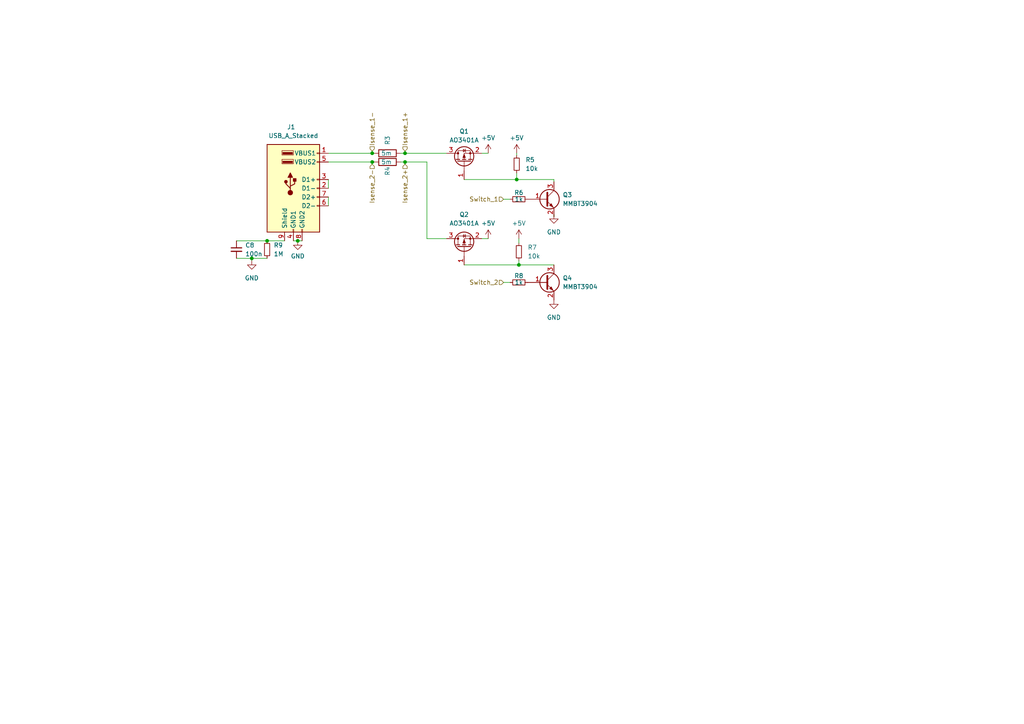
<source format=kicad_sch>
(kicad_sch (version 20230121) (generator eeschema)
  (paper "A4")
  (lib_symbols
    (symbol "Connector:USB_A_Stacked" (pin_names (offset 1.016))
      (property "Reference" "J" (at 0 15.875 0))
      (property "Value" "USB_A_Stacked" (at 0 13.97 0))
      (symbol "USB_A_Stacked_0_1"
        (rectangle (start -7.62 12.7) (end 7.62 -12.7) (stroke (width 0.254)) (fill (type background)))
        (circle (center -2.159 1.905) (radius 0.381) (stroke (width 0.254)) (fill (type outline)))
        (circle (center -0.889 -1.27) (radius 0.635) (stroke (width 0.254)) (fill (type outline)))
        (rectangle (start -0.254 7.366) (end -3.048 7.874) (fill (type outline)))
        (rectangle (start -0.254 9.906) (end -3.048 10.414) (fill (type outline)))
        (rectangle (start -0.127 -12.7) (end 0.127 -11.938))
        (polyline (pts (xy -1.524 3.175) (xy -0.254 3.175) (xy -0.889 4.445) (xy -1.524 3.175)) (stroke (width 0.254)) (fill (type outline)))
        (polyline (pts (xy -0.889 -0.635) (xy -0.889 0) (xy -2.159 1.27) (xy -2.159 1.905)) (stroke (width 0.254)))
        (polyline (pts (xy -0.889 0) (xy -0.889 0.635) (xy 0.381 1.27) (xy 0.381 2.54)) (stroke (width 0.254)))
        (rectangle (start 0 2.794) (end 0.762 2.032) (stroke (width 0.254)) (fill (type outline)))
        (rectangle (start 0 7.112) (end -3.302 8.382))
        (rectangle (start 0 9.652) (end -3.302 10.922))
        (rectangle (start 2.413 -12.7) (end 2.667 -11.938))
        (rectangle (start 7.62 -5.207) (end 6.858 -4.953))
        (rectangle (start 7.62 -2.667) (end 6.858 -2.413))
        (rectangle (start 7.62 -0.127) (end 6.858 0.127))
        (rectangle (start 7.62 2.413) (end 6.858 2.667))
        (rectangle (start 7.62 7.493) (end 6.858 7.747))
        (rectangle (start 7.62 10.033) (end 6.858 10.287))
      )
      (symbol "USB_A_Stacked_1_1"
        (polyline (pts (xy -0.889 0.635) (xy -0.889 3.175)) (stroke (width 0.254)))
        (pin power_in line (at 10.16 10.16 180) (length 2.54) (name "VBUS1") (number "1"))
        (pin bidirectional line (at 10.16 0 180) (length 2.54) (name "D1-") (number "2"))
        (pin bidirectional line (at 10.16 2.54 180) (length 2.54) (name "D1+") (number "3"))
        (pin power_in line (at 0 -15.24 90) (length 2.54) (name "GND1") (number "4"))
        (pin power_in line (at 10.16 7.62 180) (length 2.54) (name "VBUS2") (number "5"))
        (pin bidirectional line (at 10.16 -5.08 180) (length 2.54) (name "D2-") (number "6"))
        (pin bidirectional line (at 10.16 -2.54 180) (length 2.54) (name "D2+") (number "7"))
        (pin power_in line (at 2.54 -15.24 90) (length 2.54) (name "GND2") (number "8"))
        (pin passive line (at -2.54 -15.24 90) (length 2.54) (name "Shield") (number "9"))
      )
    )
    (symbol "Device:C_Small" (pin_numbers hide) (pin_names (offset 0.254) hide)
      (property "Reference" "C" (at 0.254 1.778 0))
      (property "Value" "C_Small" (at 0.254 -2.032 0))
      (symbol "C_Small_0_1"
        (polyline (pts (xy -1.524 -0.508) (xy 1.524 -0.508)) (stroke (width 0.3302)))
        (polyline (pts (xy -1.524 0.508) (xy 1.524 0.508)) (stroke (width 0.3048)))
      )
      (symbol "C_Small_1_1"
        (pin passive line (at 0 2.54 270) (length 2.032) (name "~") (number "1"))
        (pin passive line (at 0 -2.54 90) (length 2.032) (name "~") (number "2"))
      )
    )
    (symbol "Device:R" (pin_numbers hide) (pin_names (offset 0))
      (property "Reference" "R" (at 2.032 0 90))
      (property "Value" "R" (at 0 0 90))
      (symbol "R_0_1"
        (rectangle (start -1.016 -2.54) (end 1.016 2.54) (stroke (width 0.254)))
      )
      (symbol "R_1_1"
        (pin passive line (at 0 3.81 270) (length 1.27) (name "~") (number "1"))
        (pin passive line (at 0 -3.81 90) (length 1.27) (name "~") (number "2"))
      )
    )
    (symbol "Device:R_Small" (pin_numbers hide) (pin_names (offset 0.254) hide)
      (property "Reference" "R" (at 0.762 0.508 0))
      (property "Value" "R_Small" (at 0.762 -1.016 0))
      (symbol "R_Small_0_1"
        (rectangle (start -0.762 1.778) (end 0.762 -1.778) (stroke (width 0.2032)))
      )
      (symbol "R_Small_1_1"
        (pin passive line (at 0 2.54 270) (length 0.762) (name "~") (number "1"))
        (pin passive line (at 0 -2.54 90) (length 0.762) (name "~") (number "2"))
      )
    )
    (symbol "Transistor_BJT:MMBT3904" (pin_names (offset 0) hide)
      (property "Reference" "Q" (at 5.08 1.905 0))
      (property "Value" "MMBT3904" (at 5.08 0 0))
      (symbol "MMBT3904_0_1"
        (polyline (pts (xy 0.635 0.635) (xy 2.54 2.54)))
        (polyline (pts (xy 0.635 -0.635) (xy 2.54 -2.54) (xy 2.54 -2.54)))
        (polyline (pts (xy 0.635 1.905) (xy 0.635 -1.905) (xy 0.635 -1.905)) (stroke (width 0.508)))
        (polyline (pts (xy 1.27 -1.778) (xy 1.778 -1.27) (xy 2.286 -2.286) (xy 1.27 -1.778) (xy 1.27 -1.778)) (fill (type outline)))
        (circle (center 1.27 0) (radius 2.8194) (stroke (width 0.254)))
      )
      (symbol "MMBT3904_1_1"
        (pin input line (at -5.08 0 0) (length 5.715) (name "B") (number "1"))
        (pin passive line (at 2.54 -5.08 90) (length 2.54) (name "E") (number "2"))
        (pin passive line (at 2.54 5.08 270) (length 2.54) (name "C") (number "3"))
      )
    )
    (symbol "Transistor_FET:AO3401A" (pin_names hide)
      (property "Reference" "Q" (at 5.08 1.905 0))
      (property "Value" "AO3401A" (at 5.08 0 0))
      (symbol "AO3401A_0_1"
        (polyline (pts (xy 0.254 0) (xy -2.54 0)))
        (polyline (pts (xy 0.254 1.905) (xy 0.254 -1.905)) (stroke (width 0.254)))
        (polyline (pts (xy 0.762 -1.27) (xy 0.762 -2.286)) (stroke (width 0.254)))
        (polyline (pts (xy 0.762 0.508) (xy 0.762 -0.508)) (stroke (width 0.254)))
        (polyline (pts (xy 0.762 2.286) (xy 0.762 1.27)) (stroke (width 0.254)))
        (polyline (pts (xy 2.54 2.54) (xy 2.54 1.778)))
        (polyline (pts (xy 2.54 -2.54) (xy 2.54 0) (xy 0.762 0)))
        (polyline (pts (xy 0.762 1.778) (xy 3.302 1.778) (xy 3.302 -1.778) (xy 0.762 -1.778)))
        (polyline (pts (xy 2.286 0) (xy 1.27 0.381) (xy 1.27 -0.381) (xy 2.286 0)) (fill (type outline)))
        (polyline (pts (xy 2.794 -0.508) (xy 2.921 -0.381) (xy 3.683 -0.381) (xy 3.81 -0.254)))
        (polyline (pts (xy 3.302 -0.381) (xy 2.921 0.254) (xy 3.683 0.254) (xy 3.302 -0.381)))
        (circle (center 1.651 0) (radius 2.794) (stroke (width 0.254)))
        (circle (center 2.54 -1.778) (radius 0.254) (fill (type outline)))
        (circle (center 2.54 1.778) (radius 0.254) (fill (type outline)))
      )
      (symbol "AO3401A_1_1"
        (pin input line (at -5.08 0 0) (length 2.54) (name "G") (number "1"))
        (pin passive line (at 2.54 -5.08 90) (length 2.54) (name "S") (number "2"))
        (pin passive line (at 2.54 5.08 270) (length 2.54) (name "D") (number "3"))
      )
    )
    (symbol "power:+5V" (power) (pin_names (offset 0))
      (property "Value" "+5V" (at 0 3.556 0))
      (symbol "+5V_0_1"
        (polyline (pts (xy -0.762 1.27) (xy 0 2.54)))
        (polyline (pts (xy 0 0) (xy 0 2.54)))
        (polyline (pts (xy 0 2.54) (xy 0.762 1.27)))
      )
      (symbol "+5V_1_1"
        (pin power_in line (at 0 0 90) (length 0) hide (name "+5V") (number "1"))
      )
    )
    (symbol "power:GND" (power) (pin_names (offset 0))
      (property "Value" "GND" (at 0 -3.81 0))
      (symbol "GND_0_1"
        (polyline (pts (xy 0 0) (xy 0 -1.27) (xy 1.27 -1.27) (xy 0 -2.54) (xy -1.27 -1.27) (xy 0 -1.27)))
      )
      (symbol "GND_1_1"
        (pin power_in line (at 0 0 270) (length 0) hide (name "GND") (number "1"))
      )
    )
  )
  (junction (at 149.86 52.07))
  (junction (at 117.475 46.99))
  (junction (at 107.95 46.99))
  (junction (at 117.475 44.45))
  (junction (at 150.495 76.835))
  (junction (at 107.95 44.45))
  (junction (at 77.47 69.85))
  (junction (at 86.36 69.85))
  (junction (at 73.025 74.93))
  (wire (pts (xy 107.95 46.99) (xy 108.585 46.99)))
  (wire (pts (xy 86.36 69.85) (xy 87.63 69.85)))
  (wire (pts (xy 117.475 46.99) (xy 123.825 46.99)))
  (wire (pts (xy 95.25 52.07) (xy 95.25 54.61)))
  (wire (pts (xy 95.25 44.45) (xy 107.95 44.45)))
  (wire (pts (xy 160.655 52.07) (xy 160.655 52.705)))
  (wire (pts (xy 107.95 44.45) (xy 108.585 44.45)))
  (wire (pts (xy 117.475 44.45) (xy 129.54 44.45)))
  (wire (pts (xy 134.62 76.835) (xy 150.495 76.835)))
  (wire (pts (xy 116.205 46.99) (xy 117.475 46.99)))
  (wire (pts (xy 123.825 69.215) (xy 123.825 46.99)))
  (wire (pts (xy 139.7 69.215) (xy 141.605 69.215)))
  (wire (pts (xy 68.58 69.85) (xy 77.47 69.85)))
  (wire (pts (xy 149.86 50.165) (xy 149.86 52.07)))
  (wire (pts (xy 73.025 74.93) (xy 77.47 74.93)))
  (wire (pts (xy 85.09 69.85) (xy 86.36 69.85)))
  (wire (pts (xy 77.47 69.85) (xy 82.55 69.85)))
  (wire (pts (xy 117.475 43.815) (xy 117.475 44.45)))
  (wire (pts (xy 150.495 76.835) (xy 160.655 76.835)))
  (wire (pts (xy 149.86 44.45) (xy 149.86 45.085)))
  (wire (pts (xy 129.54 69.215) (xy 123.825 69.215)))
  (wire (pts (xy 73.025 74.93) (xy 73.025 75.565)))
  (wire (pts (xy 149.86 52.07) (xy 160.655 52.07)))
  (wire (pts (xy 146.05 81.915) (xy 147.955 81.915)))
  (wire (pts (xy 160.655 62.865) (xy 160.655 62.23)))
  (wire (pts (xy 150.495 69.215) (xy 150.495 70.485)))
  (wire (pts (xy 107.95 43.815) (xy 107.95 44.45)))
  (wire (pts (xy 146.05 57.785) (xy 147.955 57.785)))
  (wire (pts (xy 134.62 52.07) (xy 149.86 52.07)))
  (wire (pts (xy 139.7 44.45) (xy 141.605 44.45)))
  (wire (pts (xy 107.95 47.625) (xy 107.95 46.99)))
  (wire (pts (xy 117.475 47.625) (xy 117.475 46.99)))
  (wire (pts (xy 68.58 74.93) (xy 73.025 74.93)))
  (wire (pts (xy 95.25 46.99) (xy 107.95 46.99)))
  (wire (pts (xy 116.205 44.45) (xy 117.475 44.45)))
  (wire (pts (xy 150.495 75.565) (xy 150.495 76.835)))
  (wire (pts (xy 95.25 57.15) (xy 95.25 59.69)))
  (hierarchical_label "Isense_2-" (shape input) (at 107.95 47.625 270))
  (hierarchical_label "Isense_1+" (shape input) (at 117.475 43.815 90))
  (hierarchical_label "Isense_1-" (shape input) (at 107.95 43.815 90))
  (hierarchical_label "Switch_2" (shape input) (at 146.05 81.915 180))
  (hierarchical_label "Switch_1" (shape input) (at 146.05 57.785 180))
  (hierarchical_label "Isense_2+" (shape input) (at 117.475 47.625 270))
  (symbol (lib_id "Connector:USB_A_Stacked") (at 85.09 54.61 0) (unit 1)
    (property "Reference" "J1" (at 84.455 36.83 0))
    (property "Value" "USB_A_Stacked" (at 85.09 39.37 0))
    (property "Footprint" "stary:GCT_USB1035-XX-X-X-X-B_REVE" (effects hide))
    (property "Datasheet" " ~" (effects hide))
    (instances (project "usba-module" (path "" (reference "J1") (unit 1))) (project "medusa" (path "" (reference "J2") (unit 1)) (path "" (reference "J2") (unit 1)) (path "" (reference "J3") (unit 1))) (project "5v-power" (path "" (reference "J3") (unit 1)) (path "" (reference "J4") (unit 1)) (path "" (reference "J5") (unit 1)) (path "" (reference "J6") (unit 1))))
  )
  (symbol (lib_id "power:+5V") (at 149.86 44.45 0) (unit 1)
    (property "Reference" "#PWR021" (effects hide))
    (property "Value" "+5V" (at 149.86 40.005 0))
    (instances (project "usba-module" (path "" (reference "#PWR021") (unit 1))) (project "5v-power" (path "" (reference "#PWR032") (unit 1)) (path "" (reference "#PWR014") (unit 1)) (path "" (reference "#PWR042") (unit 1)) (path "" (reference "#PWR050") (unit 1))))
  )
  (symbol (lib_id "power:GND") (at 160.655 86.995 0) (unit 1)
    (property "Reference" "#PWR025" (effects hide))
    (property "Value" "GND" (at 160.655 92.075 0))
    (instances (project "usba-module" (path "" (reference "#PWR025") (unit 1))) (project "5v-power" (path "" (reference "#PWR037") (unit 1)) (path "" (reference "#PWR019") (unit 1)) (path "" (reference "#PWR045") (unit 1)) (path "" (reference "#PWR053") (unit 1))))
  )
  (symbol (lib_id "Device:R_Small") (at 77.47 72.39 0) (unit 1)
    (property "Reference" "R9" (at 79.375 71.12 0) (effects (justify left)))
    (property "Value" "1M" (at 79.375 73.66 0) (effects (justify left)))
    (property "Footprint" "Resistor_SMD:R_0603_1608Metric" (effects hide))
    (instances (project "usba-module" (path "" (reference "R9") (unit 1))) (project "5v-power" (path "" (reference "R7") (unit 1)) (path "" (reference "R14") (unit 1)) (path "" (reference "R21") (unit 1)) (path "" (reference "R28") (unit 1))))
  )
  (symbol (lib_id "power:GND") (at 73.025 75.565 0) (unit 1)
    (property "Reference" "#PWR019" (effects hide))
    (property "Value" "GND" (at 73.025 80.645 0))
    (instances (project "usba-module" (path "" (reference "#PWR019") (unit 1))) (project "5v-power" (path "" (reference "#PWR025") (unit 1)) (path "" (reference "#PWR08") (unit 1)) (path "" (reference "#PWR038") (unit 1)) (path "" (reference "#PWR046") (unit 1))))
  )
  (symbol (lib_id "Device:C_Small") (at 68.58 72.39 0) (unit 1)
    (property "Reference" "C8" (at 71.12 71.1263 0) (effects (justify left)))
    (property "Value" "100n" (at 71.12 73.6663 0) (effects (justify left)))
    (property "Footprint" "Capacitor_SMD:C_0603_1608Metric" (effects hide))
    (instances (project "usba-module" (path "" (reference "C8") (unit 1))) (project "5v-power" (path "" (reference "C5") (unit 1)) (path "" (reference "C1") (unit 1)) (path "" (reference "C6") (unit 1)) (path "" (reference "C7") (unit 1))))
  )
  (symbol (lib_id "Device:R") (at 112.395 44.45 90) (mirror x) (unit 1)
    (property "Reference" "R3" (at 112.395 39.37 0) (effects (justify left)))
    (property "Value" "5m" (at 113.665 44.45 90) (effects (justify left)))
    (property "Footprint" "Resistor_SMD:R_0805_2012Metric" (effects hide))
    (instances (project "usba-module" (path "" (reference "R3") (unit 1))) (project "medusa" (path "" (reference "R21") (unit 1)) (path "" (reference "R21") (unit 1)) (path "" (reference "R27") (unit 1))) (project "5v-power" (path "" (reference "R4") (unit 1)) (path "" (reference "R3") (unit 1)) (path "" (reference "R19") (unit 1)) (path "" (reference "R26") (unit 1))))
  )
  (symbol (lib_id "Device:R") (at 112.395 46.99 90) (mirror x) (unit 1)
    (property "Reference" "R4" (at 112.395 48.26 0) (effects (justify left)))
    (property "Value" "5m" (at 113.665 46.99 90) (effects (justify left)))
    (property "Footprint" "Resistor_SMD:R_0805_2012Metric" (effects hide))
    (instances (project "usba-module" (path "" (reference "R4") (unit 1))) (project "medusa" (path "" (reference "R22") (unit 1)) (path "" (reference "R22") (unit 1)) (path "" (reference "R28") (unit 1))) (project "5v-power" (path "" (reference "R8") (unit 1)) (path "" (reference "R9") (unit 1)) (path "" (reference "R20") (unit 1)) (path "" (reference "R27") (unit 1))))
  )
  (symbol (lib_id "Transistor_FET:AO3401A") (at 134.62 46.99 90) (unit 1)
    (property "Reference" "Q1" (at 134.62 38.1 90))
    (property "Value" "AO3401A" (at 134.62 40.64 90))
    (property "Footprint" "Package_TO_SOT_SMD:SOT-23" (effects hide))
    (property "Datasheet" "http://www.aosmd.com/pdfs/datasheet/AO3401A.pdf" (effects hide))
    (instances (project "usba-module" (path "" (reference "Q1") (unit 1))) (project "5v-power" (path "" (reference "Q1") (unit 1)) (path "" (reference "Q5") (unit 1)) (path "" (reference "Q9") (unit 1)) (path "" (reference "Q13") (unit 1))))
  )
  (symbol (lib_id "power:GND") (at 160.655 62.23 0) (unit 1)
    (property "Reference" "#PWR018" (effects hide))
    (property "Value" "GND" (at 160.655 67.31 0))
    (instances (project "usba-module" (path "" (reference "#PWR018") (unit 1))) (project "5v-power" (path "" (reference "#PWR036") (unit 1)) (path "" (reference "#PWR018") (unit 1)) (path "" (reference "#PWR044") (unit 1)) (path "" (reference "#PWR052") (unit 1))))
  )
  (symbol (lib_id "Transistor_FET:AO3401A") (at 134.62 71.755 90) (unit 1)
    (property "Reference" "Q2" (at 134.62 62.23 90))
    (property "Value" "AO3401A" (at 134.62 64.77 90))
    (property "Footprint" "Package_TO_SOT_SMD:SOT-23" (effects hide))
    (property "Datasheet" "http://www.aosmd.com/pdfs/datasheet/AO3401A.pdf" (effects hide))
    (instances (project "usba-module" (path "" (reference "Q2") (unit 1))) (project "5v-power" (path "" (reference "Q2") (unit 1)) (path "" (reference "Q6") (unit 1)) (path "" (reference "Q10") (unit 1)) (path "" (reference "Q14") (unit 1))))
  )
  (symbol (lib_id "power:GND") (at 86.36 69.85 0) (unit 1)
    (property "Reference" "#PWR07" (effects hide))
    (property "Value" "GND" (at 86.36 74.295 0))
    (instances (project "usba-module" (path "" (reference "#PWR07") (unit 1))) (project "medusa" (path "" (reference "#PWR025") (unit 1)) (path "" (reference "#PWR025") (unit 1)) (path "" (reference "#PWR042") (unit 1))) (project "5v-power" (path "" (reference "#PWR027") (unit 1)) (path "" (reference "#PWR09") (unit 1)) (path "" (reference "#PWR039") (unit 1)) (path "" (reference "#PWR047") (unit 1))))
  )
  (symbol (lib_id "Device:R_Small") (at 150.495 81.915 90) (unit 1)
    (property "Reference" "R8" (at 150.495 80.01 90))
    (property "Value" "1k" (at 150.495 81.915 90))
    (property "Footprint" "Resistor_SMD:R_0603_1608Metric" (effects hide))
    (instances (project "usba-module" (path "" (reference "R8") (unit 1))) (project "5v-power" (path "" (reference "R13") (unit 1)) (path "" (reference "R18") (unit 1)) (path "" (reference "R25") (unit 1)) (path "" (reference "R32") (unit 1))))
  )
  (symbol (lib_id "Transistor_BJT:MMBT3904") (at 158.115 81.915 0) (unit 1)
    (property "Reference" "Q4" (at 163.195 80.645 0) (effects (justify left)))
    (property "Value" "MMBT3904" (at 163.195 83.185 0) (effects (justify left)))
    (property "Footprint" "Package_TO_SOT_SMD:SOT-23" (effects hide))
    (property "Datasheet" "https://www.onsemi.com/pub/Collateral/2N3903-D.PDF" (effects hide))
    (instances (project "usba-module" (path "" (reference "Q4") (unit 1))) (project "5v-power" (path "" (reference "Q4") (unit 1)) (path "" (reference "Q8") (unit 1)) (path "" (reference "Q12") (unit 1)) (path "" (reference "Q16") (unit 1))))
  )
  (symbol (lib_id "power:+5V") (at 141.605 69.215 0) (unit 1)
    (property "Reference" "#PWR023" (effects hide))
    (property "Value" "+5V" (at 141.605 64.77 0))
    (instances (project "usba-module" (path "" (reference "#PWR023") (unit 1))) (project "5v-power" (path "" (reference "#PWR029") (unit 1)) (path "" (reference "#PWR013") (unit 1)) (path "" (reference "#PWR041") (unit 1)) (path "" (reference "#PWR049") (unit 1))))
  )
  (symbol (lib_id "power:+5V") (at 141.605 44.45 0) (unit 1)
    (property "Reference" "#PWR022" (effects hide))
    (property "Value" "+5V" (at 141.605 40.005 0))
    (instances (project "usba-module" (path "" (reference "#PWR022") (unit 1))) (project "5v-power" (path "" (reference "#PWR028") (unit 1)) (path "" (reference "#PWR012") (unit 1)) (path "" (reference "#PWR040") (unit 1)) (path "" (reference "#PWR048") (unit 1))))
  )
  (symbol (lib_id "power:+5V") (at 150.495 69.215 0) (unit 1)
    (property "Reference" "#PWR024" (effects hide))
    (property "Value" "+5V" (at 150.495 64.77 0))
    (instances (project "usba-module" (path "" (reference "#PWR024") (unit 1))) (project "5v-power" (path "" (reference "#PWR035") (unit 1)) (path "" (reference "#PWR015") (unit 1)) (path "" (reference "#PWR043") (unit 1)) (path "" (reference "#PWR051") (unit 1))))
  )
  (symbol (lib_id "Device:R_Small") (at 149.86 47.625 0) (unit 1)
    (property "Reference" "R5" (at 152.4 46.355 0) (effects (justify left)))
    (property "Value" "10k" (at 152.4 48.895 0) (effects (justify left)))
    (property "Footprint" "Resistor_SMD:R_0603_1608Metric" (effects hide))
    (instances (project "usba-module" (path "" (reference "R5") (unit 1))) (project "5v-power" (path "" (reference "R10") (unit 1)) (path "" (reference "R15") (unit 1)) (path "" (reference "R22") (unit 1)) (path "" (reference "R29") (unit 1))))
  )
  (symbol (lib_id "Device:R_Small") (at 150.495 73.025 0) (unit 1)
    (property "Reference" "R7" (at 153.035 71.755 0) (effects (justify left)))
    (property "Value" "10k" (at 153.035 74.295 0) (effects (justify left)))
    (property "Footprint" "Resistor_SMD:R_0603_1608Metric" (effects hide))
    (instances (project "usba-module" (path "" (reference "R7") (unit 1))) (project "5v-power" (path "" (reference "R12") (unit 1)) (path "" (reference "R17") (unit 1)) (path "" (reference "R24") (unit 1)) (path "" (reference "R31") (unit 1))))
  )
  (symbol (lib_id "Transistor_BJT:MMBT3904") (at 158.115 57.785 0) (unit 1)
    (property "Reference" "Q3" (at 163.195 56.515 0) (effects (justify left)))
    (property "Value" "MMBT3904" (at 163.195 59.055 0) (effects (justify left)))
    (property "Footprint" "Package_TO_SOT_SMD:SOT-23" (effects hide))
    (property "Datasheet" "https://www.onsemi.com/pub/Collateral/2N3903-D.PDF" (effects hide))
    (instances (project "usba-module" (path "" (reference "Q3") (unit 1))) (project "5v-power" (path "" (reference "Q3") (unit 1)) (path "" (reference "Q7") (unit 1)) (path "" (reference "Q11") (unit 1)) (path "" (reference "Q15") (unit 1))))
  )
  (symbol (lib_id "Device:R_Small") (at 150.495 57.785 90) (unit 1)
    (property "Reference" "R6" (at 150.495 55.88 90))
    (property "Value" "1k" (at 150.495 57.785 90))
    (property "Footprint" "Resistor_SMD:R_0603_1608Metric" (effects hide))
    (instances (project "usba-module" (path "" (reference "R6") (unit 1))) (project "5v-power" (path "" (reference "R11") (unit 1)) (path "" (reference "R16") (unit 1)) (path "" (reference "R23") (unit 1)) (path "" (reference "R30") (unit 1))))
  )
)
</source>
